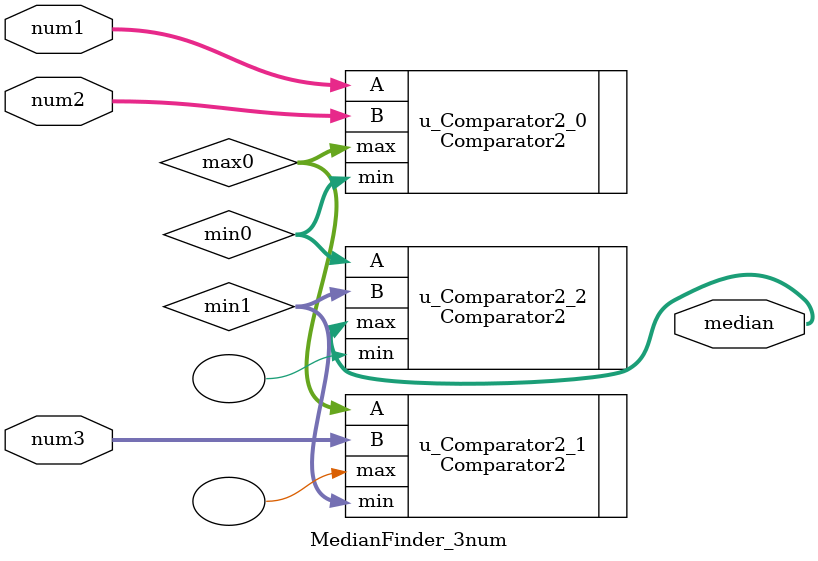
<source format=v>
module MedianFinder_3num(
           input  [3:0]    num1    ,
           input  [3:0]    num2    ,
           input  [3:0]    num3    ,
           output [3:0]    median
       );

wire [3:0] min0, max0, min1;

Comparator2 u_Comparator2_0(
                .A(num1),
                .B(num2),
                .min(min0),
                .max(max0)
            );

Comparator2 u_Comparator2_1(
                .A(max0),
                .B(num3),
                .min(min1),
                .max()
            );

Comparator2 u_Comparator2_2(
                .A(min0),
                .B(min1),
                .min(),
                .max(median)
            );

endmodule

</source>
